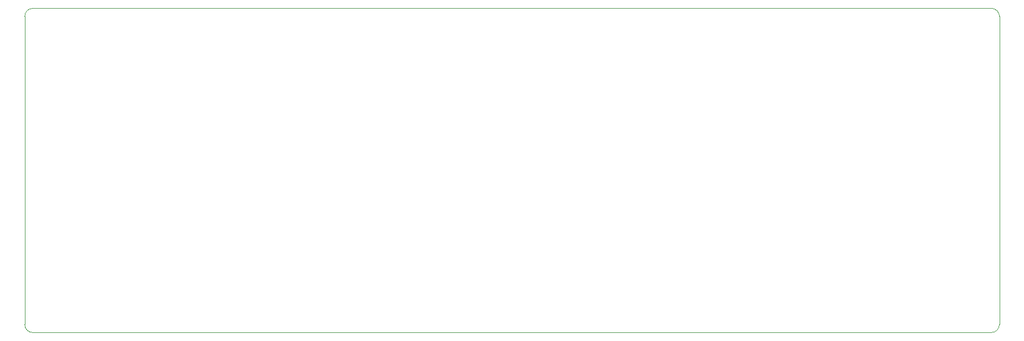
<source format=gbr>
%TF.GenerationSoftware,KiCad,Pcbnew,(6.0.1)*%
%TF.CreationDate,2022-03-28T18:22:40+02:00*%
%TF.ProjectId,InstructionRegister,496e7374-7275-4637-9469-6f6e52656769,rev?*%
%TF.SameCoordinates,Original*%
%TF.FileFunction,Profile,NP*%
%FSLAX46Y46*%
G04 Gerber Fmt 4.6, Leading zero omitted, Abs format (unit mm)*
G04 Created by KiCad (PCBNEW (6.0.1)) date 2022-03-28 18:22:40*
%MOMM*%
%LPD*%
G01*
G04 APERTURE LIST*
%TA.AperFunction,Profile*%
%ADD10C,0.100000*%
%TD*%
G04 APERTURE END LIST*
D10*
X176530000Y-76200000D02*
G75*
G03*
X177800000Y-74930000I1J1269999D01*
G01*
X26670000Y-76200000D02*
X176530000Y-76200000D01*
X25400000Y-26670000D02*
X25400000Y-74930000D01*
X26670000Y-25400000D02*
G75*
G03*
X25400000Y-26670000I-1J-1269999D01*
G01*
X176530000Y-25400000D02*
X26670000Y-25400000D01*
X177800000Y-26670000D02*
G75*
G03*
X176530000Y-25400000I-1269999J1D01*
G01*
X177800000Y-74930000D02*
X177800000Y-26670000D01*
X25400000Y-74930000D02*
G75*
G03*
X26670000Y-76200000I1269999J-1D01*
G01*
M02*

</source>
